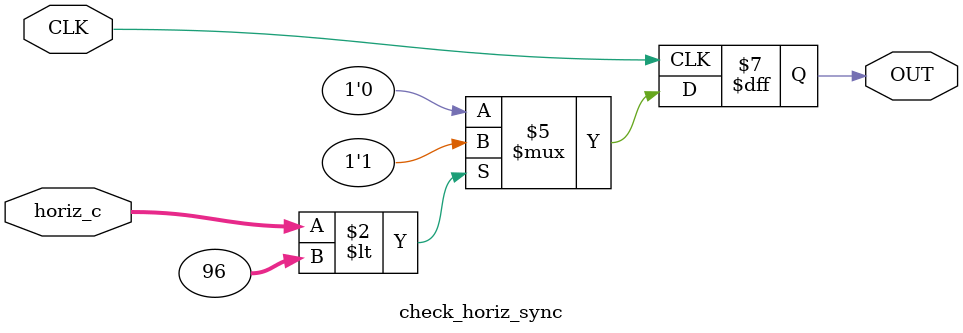
<source format=v>
module check_horiz_sync(OUT, horiz_c, CLK);

output reg OUT;
input [9:0] horiz_c;
input CLK;

initial begin
	OUT <= 0;
end

//Bring line low if we're between 0 and 96 (h sync time)
always @(posedge CLK)
begin
	if (horiz_c < 96)
		OUT <= 1;
	else
		OUT <= 0;
end

endmodule
</source>
